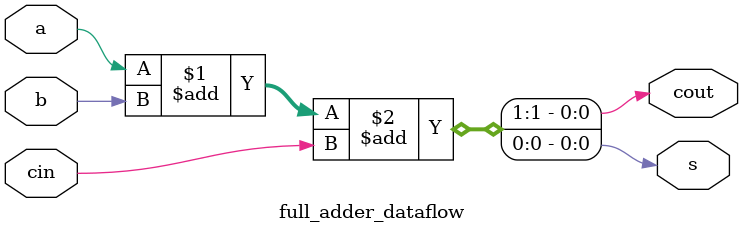
<source format=v>
module full_adder_dataflow(input a,b,cin, output cout,s);

assign {cout ,s} = a + b + cin;

endmodule
</source>
